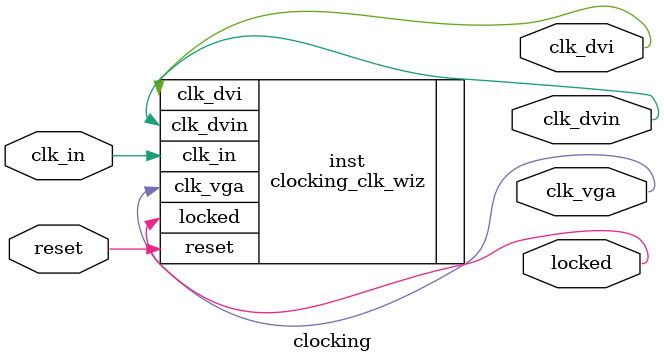
<source format=v>


`timescale 1ps/1ps

(* CORE_GENERATION_INFO = "clocking,clk_wiz_v6_0_5_0_0,{component_name=clocking,use_phase_alignment=true,use_min_o_jitter=false,use_max_i_jitter=false,use_dyn_phase_shift=false,use_inclk_switchover=false,use_dyn_reconfig=false,enable_axi=0,feedback_source=FDBK_AUTO,PRIMITIVE=MMCM,num_out_clk=3,clkin1_period=10.000,clkin2_period=10.000,use_power_down=false,use_reset=true,use_locked=true,use_inclk_stopped=false,feedback_type=SINGLE,CLOCK_MGR_TYPE=NA,manual_override=false}" *)

module clocking 
 (
  // Clock out ports
  output        clk_dvi,
  output        clk_dvin,
  output        clk_vga,
  // Status and control signals
  input         reset,
  output        locked,
 // Clock in ports
  input         clk_in
 );

  clocking_clk_wiz inst
  (
  // Clock out ports  
  .clk_dvi(clk_dvi),
  .clk_dvin(clk_dvin),
  .clk_vga(clk_vga),
  // Status and control signals               
  .reset(reset), 
  .locked(locked),
 // Clock in ports
  .clk_in(clk_in)
  );

endmodule

</source>
